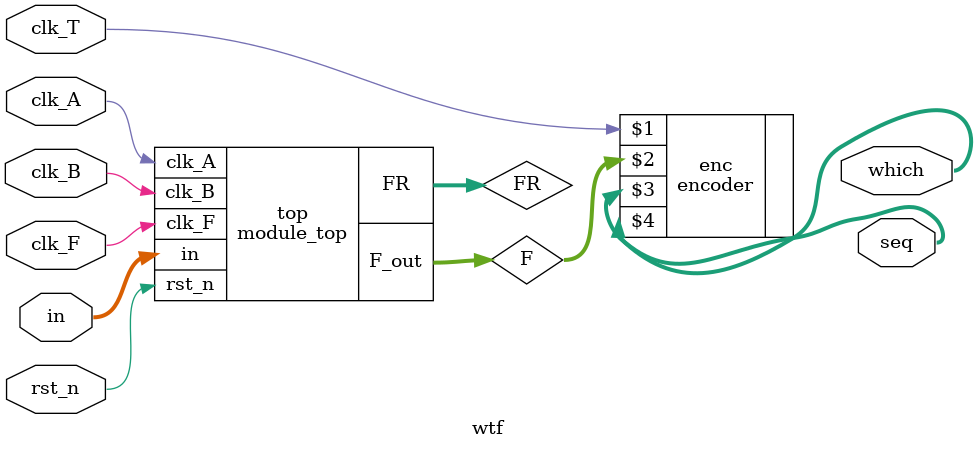
<source format=sv>
`timescale 1ns / 1ps
module module_top
    (
        input clk_A,
        input clk_B,
        input clk_F,
        input [31:0]in,
        input rst_n,
        output [3:0] FR,
        output [31:0] F_out
    );
    wire [31:0] A;
    wire [31:0] B;
    wire [31:0] F;

    module_register regA(.clk(clk_A),.in(in),.rst_n(rst_n),.out(A));
    module_register regB(.clk(clk_B),.in(in),.rst_n(rst_n),.out(B));
    module_register regF(.clk(clk_F),.in(F),.rst_n(rst_n),.out(F_out));
    module_alu alu(A,B,in[3:0],F,FR[0],FR[1],FR[2],FR[3]);
    // trans t(pos,seq);
    // assign which = {1'b1,cnt};
endmodule

module wtf
    (
        input clk_A,
        input clk_B,
        input clk_F,
        input clk_T,
        input [31:0]in,
        input rst_n,
        output[3:0] which,
        output[7:0] seq
    );
    reg [3:0] FR;
    reg [31:0] F;
    module_top top(clk_A,clk_B,clk_F,in,rst_n,FR,F);
    encoder enc(clk_T,F,which,seq);
endmodule



</source>
